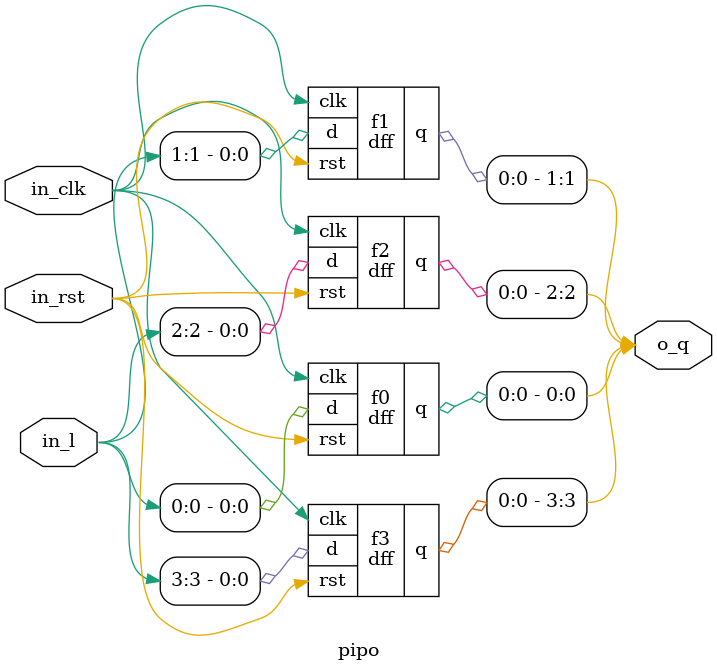
<source format=v>
module dff(input wire d,clk,rst,output reg q);
  always @(posedge clk) begin
    if(rst)
      q<=1'b0;
  	else 
      q<=d;
  end
endmodule

module pipo(input [3:0] in_l, input in_clk, in_rst, output [3:0] o_q);
  wire [3:0] q;
  dff f0(.d(in_l[0]),.clk(in_clk),.rst(in_rst),.q(o_q[0]));
  dff f1(.d(in_l[1]),.clk(in_clk),.rst(in_rst),.q(o_q[1]));
  dff f2(.d(in_l[2]),.clk(in_clk),.rst(in_rst),.q(o_q[2]));
  dff f3(.d(in_l[3]),.clk(in_clk),.rst(in_rst),.q(o_q[3]));
endmodule 
</source>
